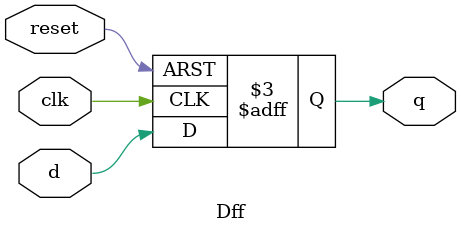
<source format=v>
`timescale 1ns / 1ps
`default_nettype none


module Dff(
    input wire clk,         // Clock input
    input wire reset,       // Asynchronous active-low reset input
    input wire d,           // Data input
    output reg q            // Output
);

    always @(posedge clk or negedge reset)
    begin
        if (!reset)
            q <= 1'b0;
        else
            q <= d;
    end
endmodule

</source>
